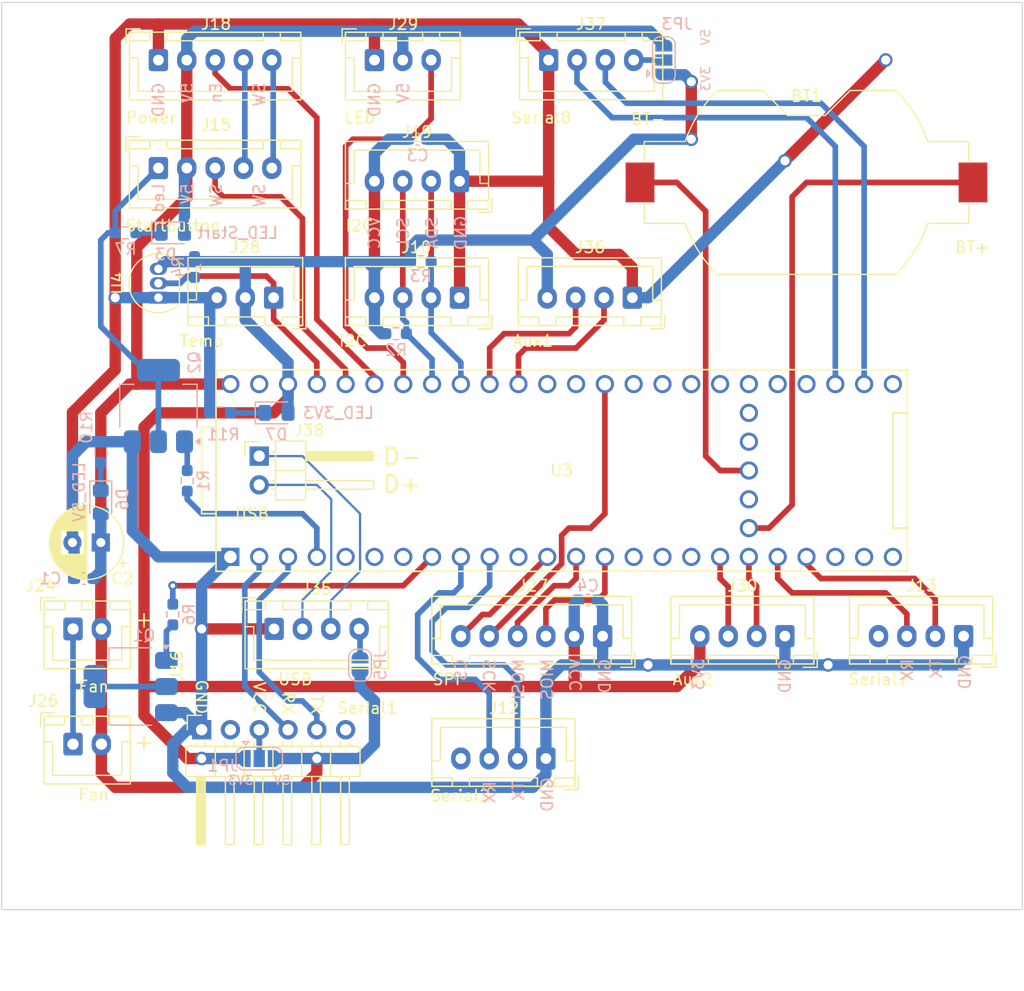
<source format=kicad_pcb>
(kicad_pcb
	(version 20240108)
	(generator "pcbnew")
	(generator_version "8.0")
	(general
		(thickness 1.6)
		(legacy_teardrops no)
	)
	(paper "A4")
	(layers
		(0 "F.Cu" signal)
		(31 "B.Cu" signal)
		(32 "B.Adhes" user "B.Adhesive")
		(33 "F.Adhes" user "F.Adhesive")
		(34 "B.Paste" user)
		(35 "F.Paste" user)
		(36 "B.SilkS" user "B.Silkscreen")
		(37 "F.SilkS" user "F.Silkscreen")
		(38 "B.Mask" user)
		(39 "F.Mask" user)
		(40 "Dwgs.User" user "User.Drawings")
		(41 "Cmts.User" user "User.Comments")
		(42 "Eco1.User" user "User.Eco1")
		(43 "Eco2.User" user "User.Eco2")
		(44 "Edge.Cuts" user)
		(45 "Margin" user)
		(46 "B.CrtYd" user "B.Courtyard")
		(47 "F.CrtYd" user "F.Courtyard")
		(48 "B.Fab" user)
		(49 "F.Fab" user)
		(50 "User.1" user)
		(51 "User.2" user)
		(52 "User.3" user)
		(53 "User.4" user)
		(54 "User.5" user)
		(55 "User.6" user)
		(56 "User.7" user)
		(57 "User.8" user)
		(58 "User.9" user)
	)
	(setup
		(stackup
			(layer "F.SilkS"
				(type "Top Silk Screen")
			)
			(layer "F.Paste"
				(type "Top Solder Paste")
			)
			(layer "F.Mask"
				(type "Top Solder Mask")
				(thickness 0.01)
			)
			(layer "F.Cu"
				(type "copper")
				(thickness 0.035)
			)
			(layer "dielectric 1"
				(type "core")
				(thickness 1.51)
				(material "FR4")
				(epsilon_r 4.5)
				(loss_tangent 0.02)
			)
			(layer "B.Cu"
				(type "copper")
				(thickness 0.035)
			)
			(layer "B.Mask"
				(type "Bottom Solder Mask")
				(thickness 0.01)
			)
			(layer "B.Paste"
				(type "Bottom Solder Paste")
			)
			(layer "B.SilkS"
				(type "Bottom Silk Screen")
			)
			(copper_finish "None")
			(dielectric_constraints no)
		)
		(pad_to_mask_clearance 0)
		(allow_soldermask_bridges_in_footprints no)
		(pcbplotparams
			(layerselection 0x00010fc_ffffffff)
			(plot_on_all_layers_selection 0x0000000_00000000)
			(disableapertmacros no)
			(usegerberextensions yes)
			(usegerberattributes no)
			(usegerberadvancedattributes no)
			(creategerberjobfile no)
			(dashed_line_dash_ratio 12.000000)
			(dashed_line_gap_ratio 3.000000)
			(svgprecision 6)
			(plotframeref no)
			(viasonmask no)
			(mode 1)
			(useauxorigin no)
			(hpglpennumber 1)
			(hpglpenspeed 20)
			(hpglpendiameter 15.000000)
			(pdf_front_fp_property_popups yes)
			(pdf_back_fp_property_popups yes)
			(dxfpolygonmode yes)
			(dxfimperialunits yes)
			(dxfusepcbnewfont yes)
			(psnegative no)
			(psa4output no)
			(plotreference yes)
			(plotvalue no)
			(plotfptext yes)
			(plotinvisibletext no)
			(sketchpadsonfab no)
			(subtractmaskfromsilk yes)
			(outputformat 1)
			(mirror no)
			(drillshape 0)
			(scaleselection 1)
			(outputdirectory "gerber/")
		)
	)
	(net 0 "")
	(net 1 "GNDD")
	(net 2 "+5V")
	(net 3 "SCK")
	(net 4 "Net-(BT1-+)")
	(net 5 "MISO")
	(net 6 "Net-(BT1--)")
	(net 7 "SDA")
	(net 8 "SCL")
	(net 9 "Net-(D3-K)")
	(net 10 "+3V3")
	(net 11 "MOSI")
	(net 12 "Net-(D6-K)")
	(net 13 "Net-(D7-K)")
	(net 14 "Net-(J12-Pin_2)")
	(net 15 "unconnected-(J12-Pin_4-Pad4)")
	(net 16 "Net-(J12-Pin_3)")
	(net 17 "Net-(J13-Pin_3)")
	(net 18 "unconnected-(J13-Pin_4-Pad4)")
	(net 19 "Net-(J13-Pin_2)")
	(net 20 "Net-(J15-Pin_4)")
	(net 21 "/TX")
	(net 22 "/RX")
	(net 23 "pwrbutton")
	(net 24 "Net-(J15-Pin_5)")
	(net 25 "Net-(J15-Pin_1)")
	(net 26 "unconnected-(J16-Pin_6-Pad6)")
	(net 27 "unconnected-(J16-Pin_2-Pad2)")
	(net 28 "Net-(J16-Pin_3)")
	(net 29 "pwrlatch")
	(net 30 "Net-(J24-Pin_1)")
	(net 31 "CS")
	(net 32 "Net-(J28-Pin_1)")
	(net 33 "Net-(J30-Pin_3)")
	(net 34 "Net-(J30-Pin_2)")
	(net 35 "Net-(J36-Pin_2)")
	(net 36 "Net-(J36-Pin_3)")
	(net 37 "Net-(Q1-B)")
	(net 38 "Net-(Q2-B)")
	(net 39 "/LED_START")
	(net 40 "/FANS")
	(net 41 "unconnected-(U3-33_MCLK2-Pad25)")
	(net 42 "unconnected-(U3-31_CTX3-Pad23)")
	(net 43 "unconnected-(U3-39_MISO1_OUT1A-Pad31)")
	(net 44 "unconnected-(U3-37_CS-Pad29)")
	(net 45 "unconnected-(U3-38_CS1_IN1-Pad30)")
	(net 46 "unconnected-(U3-GND-Pad47)")
	(net 47 "unconnected-(U3-30_CRX3-Pad22)")
	(net 48 "unconnected-(U3-5_IN2-Pad7)")
	(net 49 "unconnected-(U3-32_OUT1B-Pad24)")
	(net 50 "unconnected-(U3-25_A11_RX6_SDA2-Pad17)")
	(net 51 "unconnected-(U3-14_A0_TX3_SPDIF_OUT-Pad36)")
	(net 52 "unconnected-(U3-PROGRAM-Pad53)")
	(net 53 "unconnected-(U3-36_CS-Pad28)")
	(net 54 "unconnected-(U3-4_BCLK2-Pad6)")
	(net 55 "unconnected-(U3-ON_OFF-Pad54)")
	(net 56 "unconnected-(U3-GND-Pad34)")
	(net 57 "unconnected-(U3-9_OUT1C-Pad11)")
	(net 58 "unconnected-(U3-3V3-Pad15)")
	(net 59 "unconnected-(U3-15_A1_RX3_SPDIF_IN-Pad37)")
	(net 60 "unconnected-(U3-3V3-Pad51)")
	(net 61 "Net-(J37-Pin_4)")
	(net 62 "Net-(J37-Pin_2)")
	(net 63 "Net-(J37-Pin_3)")
	(net 64 "unconnected-(U3-24_A10_TX6_SCL2-Pad16)")
	(net 65 "unconnected-(U3-40_A16-Pad32)")
	(net 66 "unconnected-(U3-41_A17-Pad33)")
	(net 67 "LED")
	(net 68 "unconnected-(U3-3_LRCLK2-Pad5)")
	(net 69 "/USB_D+")
	(net 70 "/USB_D-")
	(net 71 "Net-(J35-Pin_4)")
	(footprint "Connector_JST:JST_XH_B4B-XH-A_1x04_P2.50mm_Vertical" (layer "F.Cu") (at 110.37 55.77 180))
	(footprint "Connector_JST:JST_XH_B4B-XH-A_1x04_P2.50mm_Vertical" (layer "F.Cu") (at 117.99 106.68 180))
	(footprint "Connector_JST:JST_XH_B5B-XH-A_1x05_P2.50mm_Vertical" (layer "F.Cu") (at 83.82 45.088))
	(footprint "Connector_JST:JST_XH_B4B-XH-A_1x04_P2.50mm_Vertical" (layer "F.Cu") (at 118.23 45.085))
	(footprint "Connector_JST:JST_XH_B4B-XH-A_1x04_P2.50mm_Vertical" (layer "F.Cu") (at 154.82 95.885 180))
	(footprint "Connector_JST:JST_XH_B5B-XH-A_1x05_P2.50mm_Vertical" (layer "F.Cu") (at 83.82 54.61))
	(footprint "Connector_JST:JST_XH_B2B-XH-A_1x02_P2.50mm_Vertical" (layer "F.Cu") (at 76.29 95.25))
	(footprint "Connector_PinHeader_2.54mm:PinHeader_1x02_P2.54mm_Horizontal" (layer "F.Cu") (at 92.71 80.01))
	(footprint "Connector_JST:JST_XH_B4B-XH-A_1x04_P2.50mm_Vertical" (layer "F.Cu") (at 110.37 66.04 180))
	(footprint "Battery:BatteryHolder_Keystone_1058_1x2032" (layer "F.Cu") (at 140.97 55.88 180))
	(footprint "Connector_JST:JST_XH_B3B-XH-A_1x03_P2.50mm_Vertical" (layer "F.Cu") (at 93.98 66.04 180))
	(footprint "Connector_JST:JST_XH_B4B-XH-A_1x04_P2.50mm_Vertical" (layer "F.Cu") (at 125.61 66.04 180))
	(footprint "Connector_JST:JST_XH_B6B-XH-A_1x06_P2.50mm_Vertical" (layer "F.Cu") (at 122.99 95.885 180))
	(footprint "Package_TO_SOT_THT:TO-92_Inline" (layer "F.Cu") (at 83.82 66.04 90))
	(footprint "MountingHole:MountingHole_3.2mm_M3" (layer "F.Cu") (at 75 45))
	(footprint "Connector_JST:JST_XH_B4B-XH-A_1x04_P2.50mm_Vertical" (layer "F.Cu") (at 94.02 95.25))
	(footprint "Connector_JST:JST_XH_B4B-XH-A_1x04_P2.50mm_Vertical" (layer "F.Cu") (at 139.065 95.885 180))
	(footprint "teensy:Teensy41_pinheaders" (layer "F.Cu") (at 119.38 81.28))
	(footprint "Connector_JST:JST_XH_B2B-XH-A_1x02_P2.50mm_Vertical" (layer "F.Cu") (at 76.29 105.41))
	(footprint "MountingHole:MountingHole_3.2mm_M3" (layer "F.Cu") (at 155 70))
	(footprint "MountingHole:MountingHole_3.2mm_M3" (layer "F.Cu") (at 155 115))
	(footprint "MountingHole:MountingHole_3.2mm_M3" (layer "F.Cu") (at 155 45))
	(footprint "Connector_PinHeader_2.54mm:PinHeader_1x06_P2.54mm_Horizontal"
		(layer "F.Cu")
		(uuid "df2709a9-a255-4f53-9496-85732562ad08")
		(at 87.63 104.14 90)
		(descr "Through hole angled pin header, 1x06, 2.54mm pitch, 6mm pin length, single row")
		(tags "Through hole angled pin header THT 1x06 2.54mm single row")
		(property "Reference" "J16"
			(at 5.655 -2.18 90)
			(layer "F.SilkS")
			(uuid "f5acc1cc-53b9-401e-813d-f88c076eeaec")
			(effects
				(font
					(size 1 1)
					(thickness 0.15)
				)
			)
		)
		(property "Value" "Serial"
			(at -4.409 14.909 90)
			(layer "F.Fab")
			(uuid "4e5af40c-1120-4a4c-915d-08a52167dbf0")
			(effects
				(font
					(size 1 1)
					(thickness 0.15)
				)
			)
		)
		(property "Footprint" "Connector_PinHeader_2.54mm:PinHeader_1x06_P2.54mm_Horizontal"
			(at 0 0 90)
			(layer "F.Fab")
			(hide yes)
			(uuid "bda3f948-a984-4848-82ef-d0fe5806b31d")
			(effects
				(font
					(size 1.27 1.27)
					(thickness 0.15)
				)
			)
		)
		(property "Datasheet" ""
			(at 0 0 90)
			(layer "F.Fab")
			(hide yes)
			(uuid "a940567f-b465-4edc-8ad9-98a3f131597a")
			(effects
				(font
					(size 1.27 1.27)
					(thickness 0.15)
				)
			)
		)
		(property "Description" ""
			(at 0 0 90)
			(layer "F.Fab")
			(hide yes)
			(uuid "4fa30af8-fdcf-406e-afff-489298a10742")
			(effects
				(font
					(size 1.27 1.27)
					(thickness 0.15)
				)
			)
		)
		(property ki_fp_filters "Connector*:*_1x??_*")
		(path "/00000000-0000-0000-0000-00005ded3beb")
		(sheetname "Root")
		(sheetfile "Bobbycar_wiring.kicad_sch")
		(attr through_hole)
		(fp_line
			(start -1.464 -1.391)
			(end -1.464 13.969)
			(stroke
				(width 0.12)
				(type solid)
			)
			(layer "F.SilkS")
			(uuid "ff858341-0b70-426f-a774-a02ae1de057a")
		)
		(fp_line
			(start -4.124 -1.391)
			(end -1.464 -1.391)
			(stroke
				(width 0.12)
				(type solid)
			)
			(layer "F.SilkS")
			(uuid "e673f4f3-448d-4441-b712-50ff184501fc")
		)
		(fp_line
			(start 1.27 -1.27)
			(end 0 -1.27)
			(stroke
				(width 0.12)
				(type solid)
			)
			(layer "F.SilkS")
			(uuid "40c2a83c-a8b5-4f65-a3cb-fde5a316701d")
		)
		(fp_line
			(start -1.134 -0.441)
			(end -1.464 -0.441)
			(stroke
				(width 0.12)
				(type solid)
			)
			(layer "F.SilkS")
			(uuid "9cb3bf8a-1bb2-4bf8-8558-700d36e285c2")
		)
		(fp_line
			(start -4.124 -0.441)
			(end -10.124 -0.441)
			(stroke
				(width 0.12)
				(type solid)
			)
			(layer "F.SilkS")
			(uuid "a07cb51f-86d4-4373-9857-0ccd9d00423e")
		)
		(fp_line
			(start -10.124 -0.441)
			(end -10.124 0.319)
			(stroke
				(width 0.12)
				(type solid)
			)
			(layer "F.SilkS")
			(uuid "9e441be5-58e1-491c-9643-07251b64d48a")
		)
		(fp_line
			(start -4.124 -0.381)
			(end -10.124 -0.381)
			(stroke
				(width 0.12)
				(type solid)
			)
			(layer "F.SilkS")
			(uuid "e4625e0d-dbce-405a-a261-f4d04537737c")
		)
		(fp_line
			(start -4.124 -0.261)
			(end -10.124 -0.261)
			(stroke
				(width 0.12)
				(type solid)
			)
			(layer "F.SilkS")
			(uuid "695c8dac-022e-4cd7-8d0e-db78a891902c")
		)
		(fp_line
			(start -4.124 -0.141)
			(end -10.124 -0.141)
			(stroke
				(width 0.12)
				(type solid)
			)
			(layer "F.SilkS")
			(uuid "8a3a5bf4-bd03-44cc-9805-36efa82e9b6b")
		)
		(fp_line
			(start -4.124 -0.021)
			(end -10.124 -0.021)
			(stroke
				(width 0.12)
				(type solid)
			)
			(layer "F.SilkS")
			(uuid "42df384e-d7dc-4f74-9922-921c445d2326")
		)
		(fp_line
			(start 1.27 0)
			(end 1.27 -1.27)
			(stroke
				(width 0.12)
				(type solid)
			)
			(layer "F.SilkS")
			(uuid "63ab3d9f-22bb-4ebe-976f-1360b0efa1b1")
		)
		(fp_line
			(start -4.124 0.099)
			(end -10.124 0.099)
			(stroke
				(width 0.12)
				(type solid)
			)
			(layer "F.SilkS")
			(uuid "fe8a35d6-7fe6-4290-a08d-1e3a8a2f7abd")
		)
		(fp_line
			(start -4.124 0.219)
			(end -10.124 0.219)
			(stroke
				(width 0.12)
				(type solid)
			)
			(layer "F.SilkS")
			(uuid "802e6ad4-7c1c-40fd-ab9a-669d9af875be")
		)
		(fp_line
			(start -1.134 0.319)
			(end -1.464 0.319)
			(stroke
				(width 0.12)
				(type solid)
			)
			(layer "F.SilkS")
			(uuid "879b8008-a16e-49dd-bcba-5dfb21fc83ac")
		)
		(fp_line
			(start -10.124 0.319)
			(end -4.124 0.319)
			(stroke
				(width 0.12)
				(type solid)
			)
			(layer "F.SilkS")
			(uuid "bf3ebfd7-816e-41ef-b888-8b0ec0bf51bc")
		)
		(fp_line
			(start -1.464 1.209)
			(end -4.124 1.209)
			(stroke
				(width 0.12)
				(type solid)
			)
			(layer "F.SilkS")
			(uuid "da2512ff-05f0-4d89-846e-3ab2ed0fbbbb")
		)
		(fp_line
			(start -1.066929 2.099)
			(end -1.464 2.099)
			(stroke
				(width 0.12)
				(type solid)
			)
			(layer "F.SilkS")
			(uuid "4da22748-d7ac-43a7-ade1-97e67d38831c")
		)
		(fp_line
			(start -4.124 2.099)
			(end -10.124 2.099)
			(stroke
				(width 0.12)
				(type solid)
			)
			(layer "F.SilkS")
			(uuid "3b445876-31ff-41fc-809c-228bb29e475f")
		)
		(fp_line
			(start -10.124 2.099)
			(end -10.124 2.859)
			(stroke
				(width 0.12)
				(type solid)
			)
			(layer "F.SilkS")
			(uuid "da430500-8cd9-4486-8fbd-cf918fc03e1f")
		)
		(fp_line
			(start -1.066929 2.859)
			(end -1.464 2.859)
			(stroke
				(width 0.12)
				(type solid)
			)
			(layer "F.SilkS")
			(uuid "03886cab-7ec7-4aba-93b3-a517efee6b77")
		)
		(fp_line
			(start -10.124 2.859)
			(end -4.124 2.859)
			(stroke
				(width 0.12)
				(type solid)
			)
			(layer "F.SilkS")
			(uuid "f074e889-747a-4df2-986c-1d9c1ea31d09")
		)
		(fp_line
			(start -1.464 3.749)
			(end -4.124 3.749)
			(stroke
				(width 0.12)
				(type solid)
			)
			(layer "F.SilkS")
			(uuid "0d8c4f72-75e7-47d7-8797-9fc09c2e5829")
		)
		(fp_line
			(start -1.066929 4.639)
			(end -1.464 4.639)
			(stroke
				(width 0.12)
				(type solid)
			)
			(layer "F.SilkS")
			(uuid "a7a1d6dd-2ae0-4de1-b479-57cb98dcfb4e")
		)
		(fp_line
			(start -4.124 4.639)
			(end -10.124 4.639)
			(stroke
				(width 0.12)
				(type solid)
			)
			(layer "F.SilkS")
			(uuid "e38b3f08-35a3-4593-be8a-449e29f4dbfd")
		)
		(fp_line
			(start -10.124 4.639)
			(end -10.124 5.399)
			(stroke
				(width 0.12)
				(type solid)
			)
			(layer "F.SilkS")
			(uuid "f268e2ed-20ed-4ba8-a520-6c667c2a684c")
		)
		(fp_line
			(start -1.066929 5.399)
			(end -1.464 5.399)
			(stroke
				(width 0.12)
				(type solid)
			)
			(layer "F.SilkS")
			(uuid "a7372ee6-290a-476f-b1cd-cf6789b030de")
		)
		(fp_line
			(start -10.124 5.399)
			(end -4.124 5.399)
			(stroke
				(width 0.12)
				(type solid)
			)
			(layer "F.SilkS")
			(uuid "0a4fe3da-0838-46d3-a664-9c29949bbd7f")
		)
		(fp_line
			(start -1.464 6.289)
			(end -4.124 6.289)
			(stroke
				(width 0.12)
				(type solid)
			)
			(layer "F.SilkS")
			(uuid "ade3d5a8-f914-4e87-a724-ec0c76eb4fef")
		)
		(fp_line
			(start -1.066929 7.179)
			(end -1.464 7.179)
			(stroke
				(width 0.12)
				(type solid)
			)
			(layer "F.SilkS")
			(uuid "ac39a0d9-1e51-4776-bdfb-df0adbba14a2")
		)
		(fp_line
			(start -4.124 7.179)
			(end -10.124 7.179)
			(stroke
				(width 0.12)
				(type solid)
			)
			(layer "F.SilkS")
			(uuid "d63be43c-c963-42d4-aa70-7a7240c2f240")
		)
		(fp_line
			(start -10.124 7.179)
			(end -10.124 7.939)
			(stroke
				(width 0.12)
				(type solid)
			)
			(layer "F.SilkS")
			(uuid "f410e926-dbfa-48f5-b972-d5f6291a31b8")
		)
		(fp_line
			(start -1.066929 7.939)
			(end -1.464 7.939)
			(stroke
				(width 0.12)
				(type solid)
			)
			(layer "F.SilkS")
			(uuid "c3345f45-aa18-43db-85b5-1486d2989b00")
		)
		(fp_line
			(start -10.124 7.939)
			(end -4.124 7.939)
			(stroke
				(width 0.12)
				(type solid)
			)
			(layer "F.SilkS")
			(uuid "45d3591e-cf15-4453-b267-8905a374d860")
		)
		(fp_line
			(start -1.464 8.829)
			(end -4.124 8.829)
			(stroke
				(width 0.12)
				(type solid)
			)
			(layer "F.SilkS")
			(uuid "6a05d85d-4e5b-4479-aeb8-df593e27bc77")
		)
		(fp_line
			(start -1.066929 9.719)
			(end -1.464 9.719)
			(stroke
				(width 0.12)
				(type solid)
			)
			(layer "F.SilkS")
			(uuid "26c35d8c-d588-449a-9e71-6ee1a2167206")
		)
		(fp_line
			(start -4.124 9.719)
			(end -10.124 9.719)
			(stroke
				(width 0.12)
				(type solid)
			)
			(layer "F.SilkS")
			(uuid "7b3b01dd-3389-4244-8db7-f2b2c283a3c8")
		)
		(fp_line
			(start -10.124 9.719)
			(end -10.124 10.479)
			(stroke
				(width 0.12)
				(type solid)
			)
			(layer "F.SilkS")
			(uuid "67348e85-a897-44df-8fed-5ac589ca9428")
		)
		(fp_line
			(start -1.066929 10.479)
			(end -1.464 10.479)
			(stroke
				(width 0.12)
				(type solid)
			)
			(layer "F.SilkS")
			(uuid "91a0f327-e2b6-47f0-9327-b0591d93798b")
		)
		(fp_line
			(start -10.124 10.479)
			(end -4.124 10.479)
			(stroke
				(width 0.12)
				(type solid)
			)
			(layer "F.SilkS")
			(uuid "12281e12-4cd3-4ee8-824a-367b6edbb7e7")
		)
		(fp_line
			(start -1.464 11.369)
			(end -4.124 11.369)
			(stroke
				(width 0.12)
				(type solid)
			)
			(layer "F.SilkS")
			(uuid "80548d32-53fd-48a0-845d-ac7c4c108ee7")
		)
		(fp_line
			(start -1.066929 12.259)
			(end -1.464 12.259)
			(stroke
				(width 0.12)
				(type solid)
			)
			(layer "F.SilkS")
			(uuid "8e4280a1-2894-4a3e-b10c-2ab91b09bf3d")
		)
		(fp_line
			(start -4.124 12.259)
			(end -10.124 12.259)
			(stroke
				(width 0.12)
				(type solid)
			)
			(layer "F.SilkS")
			(uuid "96a63453-4e0a-4c3f-bc9a-3994fdd8c09d")
		)
		(fp_line
			(start -10.124 12.259)
			(end -10.124 13.019)
			(stroke
				(width 0.12)
				(type solid)
			)
			(layer "F.SilkS")
			(uuid "f789024b-e2c7-4e5e-8c8d-3af76c558c03")
		)
		(fp_line
			(start -1.066929 13.019)
			(end -1.464 13.019)
			(stroke
				(width 0.12)
				(type solid)
			)
			(layer "F.SilkS")
			(uuid "39dc24da-b2c9-4ebf-b488-de43b806a192")
		)
		(fp_line
			(start -10.124 13.019)
			(end -4.124 13.019)
			(stroke
				(width 0.12)
				(type solid)
			)
			(layer "F.SilkS")
			(uuid "45cba37c-37fe-4afe-8412-4089c1f0d251")
		)
		(fp_line
			(start -1.464 13.969)
			(end -4.124 13.969)
			(stroke
				(width 0.12)
				(type solid)
			)
			(layer "F.SilkS")
			(uuid "a243517a-664a-4c60-9e62-5a464d805ade")
		)
		(fp_line
			(start -4.124 13.969)
			(end -4.124 -1.391)
			(stroke
				(width 0.12)
				(type solid)
			)
			(layer "F.SilkS")
			(uuid "d36d7983-aadf-49a4-8003-33e6e36a8967")
		)
		(fp_line
			(start 1.776 -1.861)
			(end 1.776 14.439)
			(stroke
				(width 0.05)
				(type solid)
			)
			(layer "F.CrtYd")
			(uuid "c757bdde-c855-4ffa-af39-9f74f3d1a9da")
		)
		(fp_line
			(start -10.574 -1.861)
			(end 1.776 -1.861)
			(stroke
				(width 0.05)
				(type solid)
			)
			(layer "F.CrtYd")
			(uuid "087a1795-ba65-46f7-a20e-01fca8d44e69")
		)
		(fp_line
			(start 1.776 14.439)
			(end -10.574 14.439)
			(stroke
				(width 0.05)
				(type solid)
			)
			(layer "F.CrtYd")
			(uuid "1e549ee2-ef2b-48c4-b5b1-bf1981b6c2a3")
		)
		(fp_line
			(start -10.574 14.439)
			(end -10.574 -1.861)
			(stroke
				(width 0.05)
				(type solid)
			)
			(layer "F.CrtYd")
			(uuid "a1167924-7ece-471c-9aa6-7e307ecbd38d")
		)
		(fp_line
			(start -2.159 -1.331)
			(end -4.064 -1.331)
			(stroke
				(width 0.1)
				(type solid)
			)
			(layer "F.Fab")
			(uuid "d93379dd-f242-4b7e-a03c-1ebdf31057f3")
		)
		(fp_line
			(start -4.064 -1.331)
			(end -4.064 13.909)
			(stroke
				(width 0.1)
				(type solid)
			)
			(layer "F.Fab")
			(uuid "91b5a631-047b-47fc-8236-d70b7ea7bcfb")
		)
		(fp_line
			(start -1.524 -0.696)
			(end -2.159 -1.331)
			(stroke
				(width 0.1)
				(type solid)
			)
			(layer "F.Fab")
			(uuid "5599beed-bc12-473b-ad38-8f2a0224003e")
		)
		(fp_line
			(start 0.296 -0.381)
			(end -1.524 -0.381)
			(stroke
				(width 0.1)
				(type solid)
			)
			(layer "F.Fab")
			(uuid "99c6d57d-4d2c-4e20-8aaa-ebce25415856")
		)
		(fp_line
			(start 0.296 -0.381)
			(end 0.296 0.259)
			(stroke
				(width 0.1)
				(type solid)
			)
			(layer "F.Fab")
			(uuid "f9ca1465-940b-4138-ab1f-34841faa9e6b")
		)
		(fp_line
			(start -4.064 -0.381)
			(end -10.064 -0.381)
			(stroke
				(width 0.1)
				(type solid)
			)
			(layer "F.Fab")
			(uuid "56e1f187-2c27-4b52-9976-4c9442ab1dbd")
		)
		(fp_line
			(start -10.064 -0.381)
			(end -10.064 0.259)
			(stroke
				(width 0.1)
				(type solid)
			)
			(layer "F.Fab")
			(uuid "dbdd6f76-50fe-4c9b-89a6-455a08bcdcfe")
		)
		(fp_line
			(start 0.296 0.259)
			(end -1.524 0.259)
			(stroke
				(width 0.1)
				(type solid)
			)
			(layer "F.Fab")
			(uuid "44dc86c7-4ea4-4164-937e-991217bf1a89")
		)
		(fp_line
			(start -4.064 0.259)
			(end -10.064 0.259)
			(stroke
				(width 0.1)
				(type solid)
			)
			(layer "F.Fab")
			(uuid "fb0a2bc9-23ee-4dc2-b641-8ff8f1de9a3f")
		)
		(fp_line
			(start 0.296 2.159)
			(end -1.524 2.159)
			(stroke
				(width 0.1)
				(type solid)
			)
			(layer "F.Fab")
			(uuid "fee634a3-9d10-4e11-9564-4de30a94c4f2")
		)
		(fp_line
			(start 0.296 2.159)
			(end 0.296 2.799)
			(stroke
				(width 0.1)
				(type solid)
			)
			(layer "F.Fab")
			(uuid "7110de11-31b9-4295-8609-3260c76fddd4")
		)
		(fp_line
			(start -4.064 2.159)
			(end -10.064 2.159)
			(stroke
				(width 0.1)
				(type solid)
			)
			(layer "F.Fab")
			(uuid "f6c28b86-d1d5-4c1d-9779-1140a774ceaa")
		)
		(fp_line
			(start -10.064 2.159)
			(end -10.064 2.799)
			(stroke
				(width 0.1)
				(type solid)
			)
			(layer "F.Fab")
			(uuid "c5248a4f-278b-49d8-9513-6cbf7aa77b93")
		)
		(fp_line
			(start 0.296 2.799)
			(end -1.524 2.799)
			(stroke
				(width 0.1)
				(type solid)
			)
			(layer "F.Fab")
			(uuid "08bb82e0-dd2c-4b71-8d9e-a7cd728d7ce7")
		)
		(fp_line
			(start -4.064 2.799)
			(end -10.064 2.799)
			(stroke
				(width 0.1)
				(type solid)
			)
			(layer "F.Fab")
			(uuid "10a659f3-25ee-41c9-9d0d-6b19d1958d07")
		)
		(fp_line
			(start 0.296 4.699)
			(end -1.524 4.699)
			(stroke
				(width 0.1)
				(type solid)
			)
			(layer "F.Fab")
			(uuid "37e451ab-3262-411b-b694-ae3fbb3c2e56")
		)
		(fp_line
			(start 0.296 4.699)
			(end 0.296 5.339)
			(stroke
				(width 0.1)
				(type solid)
			)
			(layer "F.Fab")
			(uuid "b187e3dc-a741-4cd2-9853-488715d6fb5a")
		)
		(fp_line
			(start -4.064 4.699)
			(end -10.064 4.699)
			(stroke
				(width 0.1)
				(type solid)
			)
			(layer "F.Fab")
			(uuid "f5940b9d-835c-42fc-bcf4-bab33e4a397d")
		)
		(fp_line
			(start -10.064 4.699)
			(end -10.064 5.339)
			(stroke
				(width 0.1)
				(type solid)
			)
			(layer "F.Fab")
			(uuid "730150dc-59cc-4f37-bad5-445ef822bd25")
		)
		(fp_line
			(start 0.296 5.339)
			(end -1.524 5.339)
			(stroke
				(width 0.1)
				(type solid)
			)
			(layer "F.Fab")
			(uuid "796efcc9-1bd9-467f-a5a7-bfbc6c2e91dd")
		)
		(fp_line
			(start -4.064 5.339)
			(end -10.064 5.339)
			(stroke
				(width 0.1)
				(type solid)
			)
			(layer "F.Fab")
			(uuid "75216e98-5df1-443c-b329-5a93b07155c3")
		)
		(fp_line
			(start 0.296 7.239)
			(end -1.524 7.239)
			(stroke
				(width 0.1)
				(type solid)
			)
			(layer "F.Fab")
			(uuid "dafcbaeb-5bc8-48df-9db2-c5d5164ffa65")
		)
		(fp_line
			(start 0.296 7.239)
			(end 0.296 7.879)
			(stroke
				(width 0.1)
				(type solid)
			)
			(layer "F.Fab")
			(uuid "623e234e-6d6e-43dc-b3a6-ad0086673bd5")
		)
		(fp_line
			(start -4.064 7.239)
			(end -10.064 7.239)
			(stroke
				(width 0.1)
				(type solid)
			)
			(layer "F.Fab")
			(uuid "e6869a34-9732-48e1-b90a-31d9ec3ef352")
		)
		(fp_line
			(start -10.064 7.239)
			(end -10.064 7.879)
			(stroke
				(width 0.1)
				(type solid)
			)
			(layer "F.Fab")
			(uuid "3cfd93d0-510d-40c0-ab6a-5ab4aa9f2fbd")
		)
		(fp_line
			(start 0.296 7.879)
			(end -1.524 7.879)
			(stroke
				(width 0.1)
				(type solid)
			)
			(layer "F.Fab")
			(uuid "a3fd7fda-a066-4cc1-a2ae-e3bcadf78cd7")
		)
		(fp_line
			(start -4.064 7.879)
			(end -10.064 7.879)
			(stroke
				(width 0.1)
				(type solid)
			)
			(layer "F.Fab")
			(uuid "cc902fc0-3b8d-40e3-93bb-03bc3e596b93")
		)
		(fp_line
			(start 0.296 9.779)
			(end -1.524 9.779)
			(stroke
				(width 0.1)
				(type solid)
			)
			(layer "F.Fab")
			(uuid "9049fa7f-ad6e-4de3-88f2-90581be2672a")
		)
		(fp_line
			(start 0.296 9.779)
			(end 0.296 10.419)
			(stroke
				(width 0.1)
				(type solid)
			)
			(layer "F.Fab")
			(uuid "313bfb7d-245f-4091-affe-82bf51c04606")
		)
		(fp_line
			(start -4.064 9.779)
			(end -10.064 9.779)
			(stroke
				(width 0.1)
				(type solid)
			)
			(layer "F.Fab")
			(uuid "47399ade-9d6a-4f55-abcd-10d75c36277b")
		)
		(fp_line
... [194413 chars truncated]
</source>
